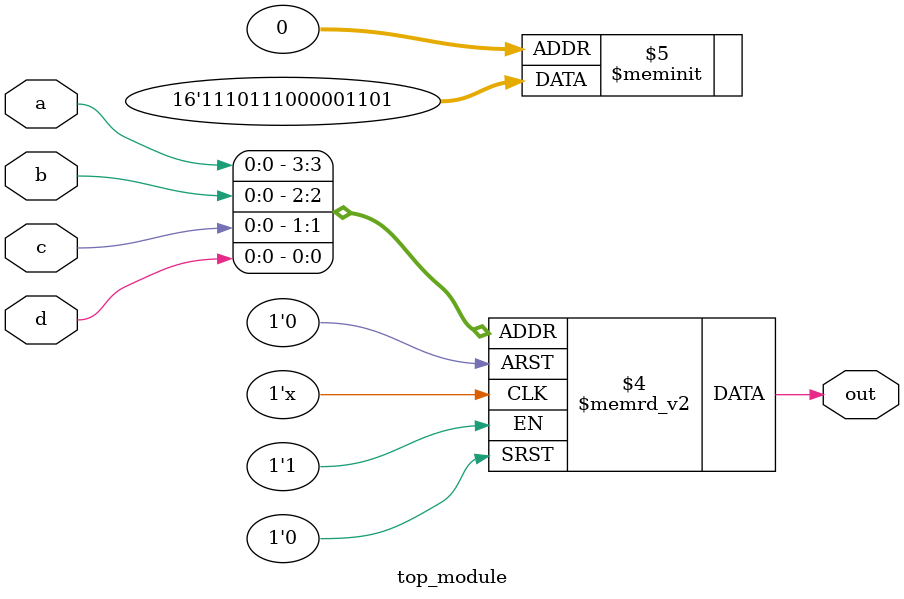
<source format=sv>
module top_module (
    input a, 
    input b,
    input c,
    input d,
    output reg out
);

	always @(*)
	begin
		case({a,b,c,d})
			4'b0000: out = 1'b1;
			4'b0001: out = 1'b0;
			4'b0010: out = 1'b1;
			4'b0011: out = 1'b1;
			4'b0100: out = 1'b0;
			4'b0101: out = 1'b0;
			4'b0110: out = 1'b0;
			4'b0111: out = 1'b0;
			4'b1000: out = 1'b0;
			4'b1001: out = 1'b1;
			4'b1010: out = 1'b1;
			4'b1011: out = 1'b1;
			4'b1100: out = 1'b0;
			4'b1101: out = 1'b1;
			4'b1110: out = 1'b1;
			default: out = 1'b1;
		endcase
	end

endmodule

</source>
